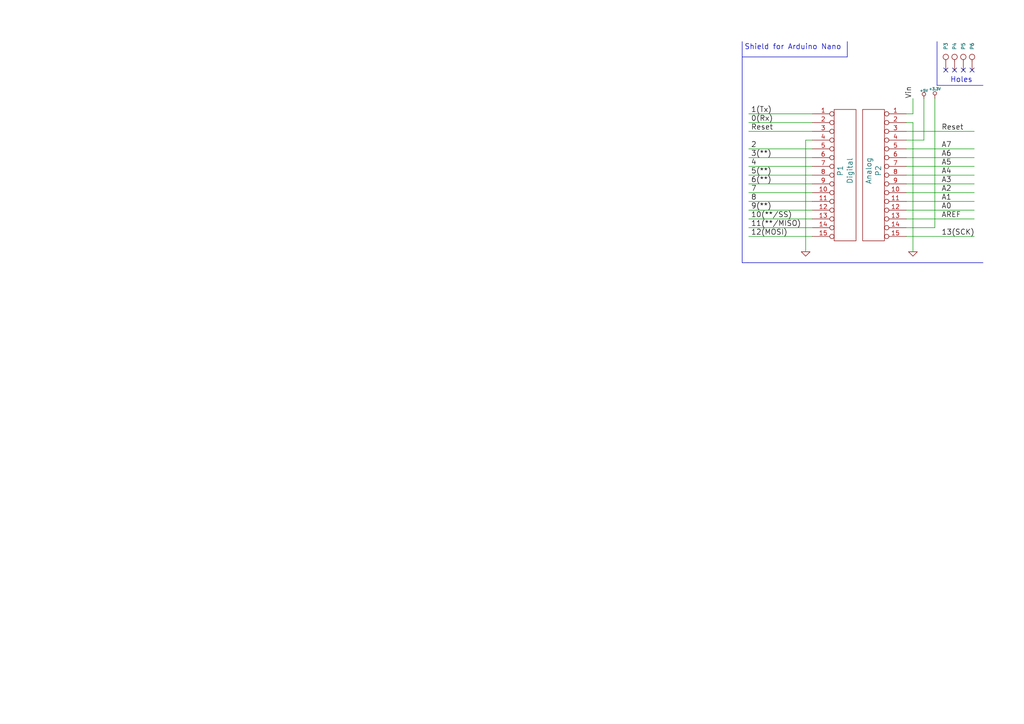
<source format=kicad_sch>
(kicad_sch (version 20230121) (generator eeschema)
  (paper "A4")
  (title_block (date "jeu. 02 avril 2015"))
  (lib_symbols
    (symbol "Arduino_Nano-rescue:+3.3V" (power) (pin_names (offset 0))
      (property "Value" "+3.3V" (at 0 2.794 0))
      (symbol "+3.3V_0_0"
        (pin power_in line (at 0 0 90) (length 0) hide (name "+3.3V") (number "1"))
      )
      (symbol "+3.3V_0_1"
        (polyline (pts (xy 0 0) (xy 0 1.016) (xy 0 1.016)))
        (circle (center 0 1.524) (radius 0.508))
      )
    )
    (symbol "Arduino_Nano-rescue:+5V" (power) (pin_names (offset 1.016))
      (property "Value" "+5V" (at 0 2.286 0))
      (symbol "+5V_0_0"
        (pin power_in line (at 0 0 90) (length 0) hide (name "+5V") (number "1"))
      )
      (symbol "+5V_0_1"
        (polyline (pts (xy 0 0) (xy 0 0.762) (xy 0 0.762) (xy 0 0.762)))
        (circle (center 0 1.27) (radius 0.508))
      )
    )
    (symbol "Arduino_Nano-rescue:CONN_1" (pin_numbers hide) (pin_names (offset 0.762) hide)
      (property "Reference" "P" (at 2.032 0 0))
      (symbol "CONN_1_0_1"
        (polyline (pts (xy -0.762 0) (xy -1.27 0)))
        (circle (center 0 0) (radius 0.7874))
      )
      (symbol "CONN_1_1_1"
        (pin passive line (at -3.81 0 0) (length 2.54) (name "1") (number "1"))
      )
    )
    (symbol "Arduino_Nano-rescue:CONN_15" (pin_names (offset 1.016) hide)
      (property "Reference" "P" (at -0.762 1.27 90))
      (property "Value" "CONN_15" (at 2.032 1.27 90))
      (symbol "CONN_15_0_1"
        (rectangle (start -2.54 -19.05) (end 3.81 19.05))
      )
      (symbol "CONN_15_1_1"
        (pin passive inverted (at -8.89 17.78 0) (length 6.35) (name "P1") (number "1"))
        (pin passive inverted (at -8.89 -5.08 0) (length 6.35) (name "P10") (number "10"))
        (pin passive inverted (at -8.89 -7.62 0) (length 6.35) (name "P11") (number "11"))
        (pin passive inverted (at -8.89 -10.16 0) (length 6.35) (name "P12") (number "12"))
        (pin passive inverted (at -8.89 -12.7 0) (length 6.35) (name "P13") (number "13"))
        (pin passive inverted (at -8.89 -15.24 0) (length 6.35) (name "P14") (number "14"))
        (pin passive inverted (at -8.89 -17.78 0) (length 6.35) (name "p15") (number "15"))
        (pin passive inverted (at -8.89 15.24 0) (length 6.35) (name "P2") (number "2"))
        (pin passive inverted (at -8.89 12.7 0) (length 6.35) (name "P3") (number "3"))
        (pin passive inverted (at -8.89 10.16 0) (length 6.35) (name "P4") (number "4"))
        (pin passive inverted (at -8.89 7.62 0) (length 6.35) (name "P5") (number "5"))
        (pin passive inverted (at -8.89 5.08 0) (length 6.35) (name "P6") (number "6"))
        (pin passive inverted (at -8.89 2.54 0) (length 6.35) (name "P7") (number "7"))
        (pin passive inverted (at -8.89 0 0) (length 6.35) (name "P8") (number "8"))
        (pin passive inverted (at -8.89 -2.54 0) (length 6.35) (name "P9") (number "9"))
      )
    )
    (symbol "Arduino_Nano-rescue:GND" (power) (pin_names (offset 0))
      (symbol "GND_0_1"
        (polyline (pts (xy -1.27 0) (xy 0 -1.27) (xy 1.27 0) (xy -1.27 0)))
      )
      (symbol "GND_1_1"
        (pin power_in line (at 0 0 90) (length 0) hide (name "GND") (number "1"))
      )
    )
  )
  (no_connect (at 281.94 20.32))
  (no_connect (at 274.32 20.32))
  (no_connect (at 276.86 20.32))
  (no_connect (at 279.4 20.32))
  (wire (pts (xy 262.89 63.5) (xy 282.575 63.5)))
  (wire (pts (xy 262.89 45.72) (xy 282.575 45.72)))
  (wire (pts (xy 264.795 33.02) (xy 262.89 33.02)))
  (wire (pts (xy 262.89 50.8) (xy 282.575 50.8)))
  (wire (pts (xy 262.89 60.96) (xy 282.575 60.96)))
  (wire (pts (xy 217.17 63.5) (xy 235.585 63.5)))
  (wire (pts (xy 264.795 35.56) (xy 264.795 73.025)))
  (wire (pts (xy 217.17 38.1) (xy 235.585 38.1)))
  (wire (pts (xy 262.89 43.18) (xy 282.575 43.18)))
  (polyline (pts (xy 271.78 12.065) (xy 271.78 24.765)))
  (wire (pts (xy 262.89 40.64) (xy 267.97 40.64)))
  (polyline (pts (xy 215.265 16.51) (xy 245.745 16.51)))
  (polyline (pts (xy 217.17 76.2) (xy 215.265 76.2)))
  (wire (pts (xy 233.68 40.64) (xy 235.585 40.64)))
  (wire (pts (xy 262.89 48.26) (xy 282.575 48.26)))
  (wire (pts (xy 262.89 68.58) (xy 282.575 68.58)))
  (wire (pts (xy 217.17 43.18) (xy 235.585 43.18)))
  (polyline (pts (xy 245.745 16.51) (xy 245.745 12.065)))
  (wire (pts (xy 217.17 53.34) (xy 235.585 53.34)))
  (wire (pts (xy 271.145 66.04) (xy 271.145 28.575)))
  (wire (pts (xy 217.17 50.8) (xy 235.585 50.8)))
  (wire (pts (xy 217.17 35.56) (xy 235.585 35.56)))
  (wire (pts (xy 217.17 48.26) (xy 235.585 48.26)))
  (polyline (pts (xy 215.265 76.2) (xy 215.265 12.065)))
  (wire (pts (xy 267.97 40.64) (xy 267.97 28.575)))
  (wire (pts (xy 217.17 45.72) (xy 235.585 45.72)))
  (wire (pts (xy 262.89 53.34) (xy 282.575 53.34)))
  (wire (pts (xy 262.89 38.1) (xy 282.575 38.1)))
  (wire (pts (xy 217.17 33.02) (xy 235.585 33.02)))
  (wire (pts (xy 217.17 66.04) (xy 235.585 66.04)))
  (wire (pts (xy 262.89 55.88) (xy 282.575 55.88)))
  (wire (pts (xy 217.17 55.88) (xy 235.585 55.88)))
  (polyline (pts (xy 285.115 76.2) (xy 216.535 76.2)))
  (wire (pts (xy 217.17 60.96) (xy 235.585 60.96)))
  (wire (pts (xy 262.89 58.42) (xy 282.575 58.42)))
  (wire (pts (xy 262.89 66.04) (xy 271.145 66.04)))
  (wire (pts (xy 264.795 28.575) (xy 264.795 33.02)))
  (wire (pts (xy 264.795 35.56) (xy 262.89 35.56)))
  (wire (pts (xy 217.17 68.58) (xy 235.585 68.58)))
  (polyline (pts (xy 271.78 24.765) (xy 285.115 24.765)))
  (wire (pts (xy 233.68 40.64) (xy 233.68 73.025)))
  (wire (pts (xy 217.17 58.42) (xy 235.585 58.42)))
  (text "Holes" (at 275.59 24.13 0) (effects (font (size 1.524 1.524)) (justify left bottom)))
  (text "Shield for Arduino Nano" (at 215.9 14.605 0) (effects (font (size 1.524 1.524)) (justify left bottom)))
  (label "0(Rx)" (at 217.805 35.56 0) (effects (font (size 1.524 1.524))))
  (label "A0" (at 273.05 60.96 0) (effects (font (size 1.524 1.524))))
  (label "A1" (at 273.05 58.42 0) (effects (font (size 1.524 1.524))))
  (label "A4" (at 273.05 50.8 0) (effects (font (size 1.524 1.524))))
  (label "13(SCK)" (at 273.05 68.58 0) (effects (font (size 1.524 1.524))))
  (label "AREF" (at 273.05 63.5 0) (effects (font (size 1.524 1.524))))
  (label "11(**/MISO)" (at 217.805 66.04 0) (effects (font (size 1.524 1.524))))
  (label "Reset" (at 217.805 38.1 0) (effects (font (size 1.524 1.524))))
  (label "5(**)" (at 217.805 50.8 0) (effects (font (size 1.524 1.524))))
  (label "A5" (at 273.05 48.26 0) (effects (font (size 1.524 1.524))))
  (label "A7" (at 273.05 43.18 0) (effects (font (size 1.524 1.524))))
  (label "6(**)" (at 217.805 53.34 0) (effects (font (size 1.524 1.524))))
  (label "2" (at 217.805 43.18 0) (effects (font (size 1.524 1.524))))
  (label "Reset" (at 273.05 38.1 0) (effects (font (size 1.524 1.524))))
  (label "1(Tx)" (at 217.805 33.02 0) (effects (font (size 1.524 1.524))))
  (label "4" (at 217.805 48.26 0) (effects (font (size 1.524 1.524))))
  (label "Vin" (at 264.795 28.575 90) (effects (font (size 1.524 1.524))))
  (label "A2" (at 273.05 55.88 0) (effects (font (size 1.524 1.524))))
  (label "A6" (at 273.05 45.72 0) (effects (font (size 1.524 1.524))))
  (label "9(**)" (at 217.805 60.96 0) (effects (font (size 1.524 1.524))))
  (label "7" (at 217.805 55.88 0) (effects (font (size 1.524 1.524))))
  (label "10(**/SS)" (at 217.805 63.5 0) (effects (font (size 1.524 1.524))))
  (label "8" (at 217.805 58.42 0) (effects (font (size 1.524 1.524))))
  (label "A3" (at 273.05 53.34 0) (effects (font (size 1.524 1.524))))
  (label "3(**)" (at 217.805 45.72 0) (effects (font (size 1.524 1.524))))
  (label "12(MOSI)" (at 217.805 68.58 0) (effects (font (size 1.524 1.524))))
  (symbol (lib_id "Arduino_Nano-rescue:CONN_1") (at 274.32 16.51 90) (unit 1)
    (property "Reference" "P3" (at 274.32 14.478 0) (effects (font (size 1.016 1.016)) (justify left)))
    (property "Value" "CONN_1" (effects hide))
    (property "Footprint" "Socket_Arduino_Nano:1pin_Nano" (effects hide))
  )
  (symbol (lib_id "Arduino_Nano-rescue:CONN_1") (at 276.86 16.51 90) (unit 1)
    (property "Reference" "P4" (at 276.86 14.478 0) (effects (font (size 1.016 1.016)) (justify left)))
    (property "Value" "CONN_1" (effects hide))
    (property "Footprint" "Socket_Arduino_Nano:1pin_Nano" (effects hide))
  )
  (symbol (lib_id "Arduino_Nano-rescue:CONN_1") (at 279.4 16.51 90) (unit 1)
    (property "Reference" "P5" (at 279.4 14.478 0) (effects (font (size 1.016 1.016)) (justify left)))
    (property "Value" "CONN_1" (effects hide))
    (property "Footprint" "Socket_Arduino_Nano:1pin_Nano" (effects hide))
  )
  (symbol (lib_id "Arduino_Nano-rescue:CONN_1") (at 281.94 16.51 90) (unit 1)
    (property "Reference" "P6" (at 281.94 14.478 0) (effects (font (size 1.016 1.016)) (justify left)))
    (property "Value" "CONN_1" (effects hide))
    (property "Footprint" "Socket_Arduino_Nano:1pin_Nano" (effects hide))
  )
  (symbol (lib_id "Arduino_Nano-rescue:CONN_15") (at 244.475 50.8 0) (unit 1)
    (property "Reference" "P1" (at 243.713 49.53 90) (effects (font (size 1.524 1.524))))
    (property "Value" "Digital" (at 246.507 49.53 90) (effects (font (size 1.524 1.524))))
    (property "Footprint" "Socket_Arduino_Nano:Socket_Strip_Arduino_1x15" (effects hide))
  )
  (symbol (lib_id "Arduino_Nano-rescue:CONN_15") (at 254 50.8 0) (mirror y) (unit 1)
    (property "Reference" "P2" (at 254.762 49.53 90) (effects (font (size 1.524 1.524))))
    (property "Value" "Analog" (at 251.968 49.53 90) (effects (font (size 1.524 1.524))))
    (property "Footprint" "Socket_Arduino_Nano:Socket_Strip_Arduino_1x15" (effects hide))
  )
  (symbol (lib_id "Arduino_Nano-rescue:GND") (at 233.68 73.025 0) (unit 1)
    (property "Reference" "#PWR1" (effects hide))
    (property "Value" "GND" (effects hide))
  )
  (symbol (lib_id "Arduino_Nano-rescue:+3.3V") (at 271.145 28.575 0) (unit 1)
    (property "Reference" "#PWR3" (effects hide))
    (property "Value" "+3.3V" (at 271.145 25.781 0) (effects (font (size 0.762 0.762))))
  )
  (symbol (lib_id "Arduino_Nano-rescue:+5V") (at 267.97 28.575 0) (unit 1)
    (property "Reference" "#PWR2" (effects hide))
    (property "Value" "+5V" (at 267.97 26.289 0) (effects (font (size 0.762 0.762))))
  )
  (symbol (lib_id "Arduino_Nano-rescue:GND") (at 264.795 73.025 0) (unit 1)
    (property "Reference" "#PWR4" (effects hide))
    (property "Value" "GND" (effects hide))
  )
)
</source>
